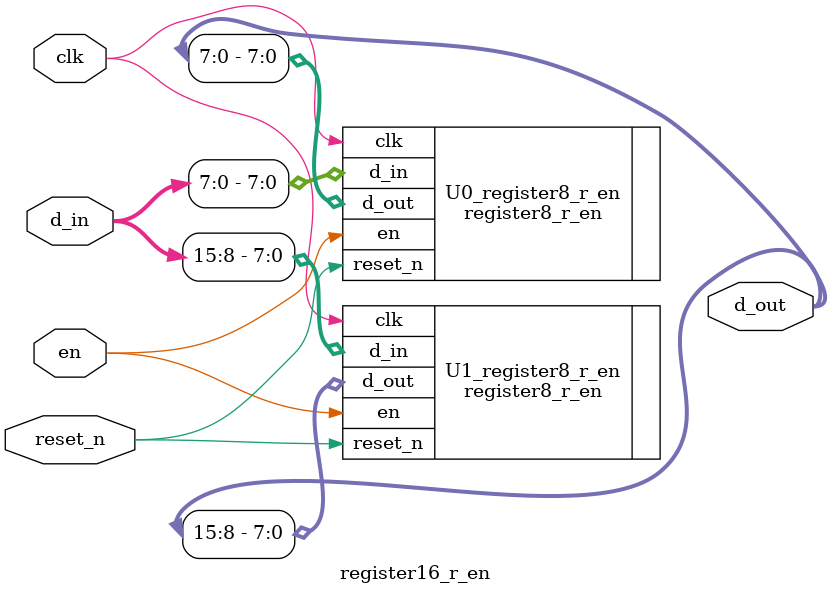
<source format=v>
module register16_r_en(clk, reset_n, d_in, d_out, en); // Resettable enabled 32-bit register
input	clk, reset_n, en;
input [15:0] d_in;		
output [15:0] d_out;	
	
// instance Resettable enabled 32-bit register
register8_r_en U0_register8_r_en(.clk(clk), .reset_n(reset_n), .d_in(d_in[7:0]), .d_out(d_out[7:0]), .en(en)); 
register8_r_en U1_register8_r_en(.clk(clk), .reset_n(reset_n), .d_in(d_in[15:8]), .d_out(d_out[15:8]), .en(en));  

endmodule
</source>
